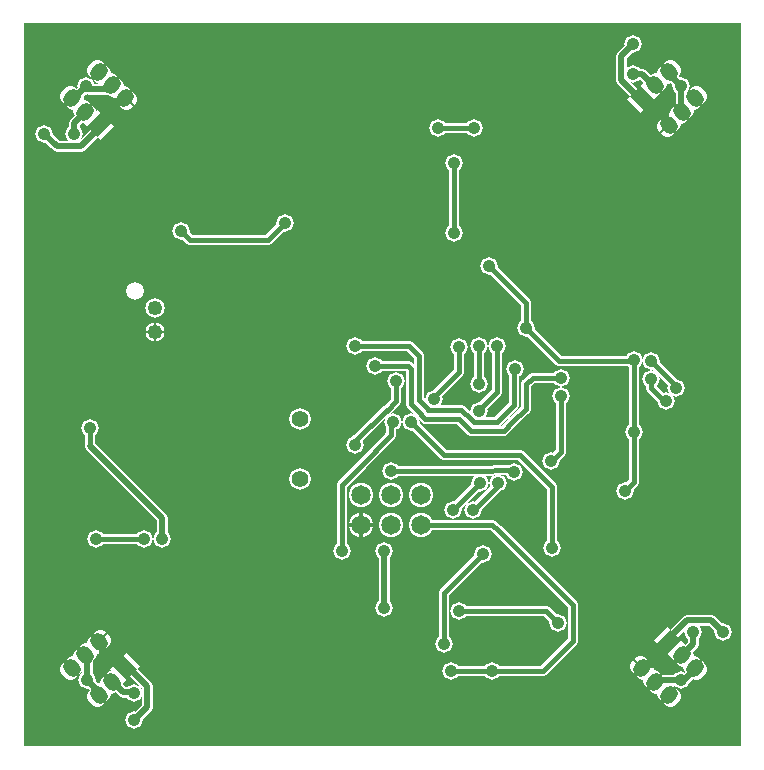
<source format=gbl>
%FSLAX33Y33*%
%MOMM*%
%AMRR-H1606400-W2006400-R530710-RO0.750*
21,1,0.94498,1.6064,0.,-0.,225*
21,1,2.0064,0.54498,0.,-0.,225*
1,1,1.06142,0.5267804098,0.1414213562*
1,1,1.06142,-0.1414213562,-0.5267804098*
1,1,1.06142,-0.5267804098,-0.1414213562*
1,1,1.06142,0.1414213562,0.5267804098*%
%AMRR-H1606400-W2006400-R530710-RO1.250*
21,1,0.94498,1.6064,-0.,0.,135*
21,1,2.0064,0.54498,-0.,0.,135*
1,1,1.06142,0.1414213562,-0.5267804098*
1,1,1.06142,-0.5267804098,0.1414213562*
1,1,1.06142,-0.1414213562,0.5267804098*
1,1,1.06142,0.5267804098,-0.1414213562*%
%AMRect-W2006400-H1606400-RO0.750*
21,1,2.0064,1.6064,0.,0.,225*%
%AMRect-W2006400-H1606400-RO1.250*
21,1,2.0064,1.6064,0.,0.,135*%
%AMRR-H1606400-W2006400-R530710-RO0.250*
21,1,0.94498,1.6064,0.,0.,315*
21,1,2.0064,0.54498,0.,0.,315*
1,1,1.06142,-0.1414213562,0.5267804098*
1,1,1.06142,0.5267804098,-0.1414213562*
1,1,1.06142,0.1414213562,-0.5267804098*
1,1,1.06142,-0.5267804098,0.1414213562*%
%AMRect-W2006400-H1606400-RO0.250*
21,1,2.0064,1.6064,0.,0.,315*%
%AMRect-W2006400-H1606400-RO1.750*
21,1,2.0064,1.6064,0.,0.,45*%
%AMRR-H1606400-W2006400-R530710-RO1.750*
21,1,0.94498,1.6064,0.,0.,45*
21,1,2.0064,0.54498,0.,0.,45*
1,1,1.06142,-0.5267804098,-0.1414213562*
1,1,1.06142,0.1414213562,0.5267804098*
1,1,1.06142,0.5267804098,0.1414213562*
1,1,1.06142,-0.1414213562,-0.5267804098*%
%AMRect-W1104800-H203200-RO0.750*
21,1,1.1048,0.2032,0.,0.,225*%
%AMRect-W1104800-H203200-RO1.250*
21,1,1.1048,0.2032,0.,0.,135*%
%AMRect-W203200-H929800-RO1.500*
21,1,0.2032,0.9298,0.,0.,90*%
%AMRect-W929800-H203200-RO1.500*
21,1,0.9298,0.2032,0.,0.,90*%
%AMRect-W400000-H1129800-RO0.500*
21,1,0.4,1.1298,0.,0.,270*%
%AMRect-W1129800-H400000-RO0.500*
21,1,1.1298,0.4,0.,0.,270*%
%AMRect-W1104800-H203200-RO0.250*
21,1,1.1048,0.2032,0.,0.,315*%
%AMRect-W1104800-H203200-RO1.750*
21,1,1.1048,0.2032,0.,0.,45*%
%AMRect-W1600000-H1200000-RO0.250*
21,1,1.6,1.2,0.,0.,315*%
%AMRR-H1200000-W1600000-R530710-RO0.250*
21,1,0.53858,1.2,0.,0.,315*
21,1,1.6,0.13858,0.,0.,315*
1,1,1.06142,-0.1414213562,0.239412214*
1,1,1.06142,0.239412214,-0.1414213562*
1,1,1.06142,0.1414213562,-0.239412214*
1,1,1.06142,-0.239412214,0.1414213562*%
%AMRect-W1600000-H1200000-RO1.250*
21,1,1.6,1.2,0.,0.,135*%
%AMRR-H1200000-W1600000-R530710-RO1.250*
21,1,0.53858,1.2,-0.,0.,135*
21,1,1.6,0.13858,-0.,0.,135*
1,1,1.06142,0.1414213562,-0.239412214*
1,1,1.06142,-0.239412214,0.1414213562*
1,1,1.06142,-0.1414213562,0.239412214*
1,1,1.06142,0.239412214,-0.1414213562*%
%AMRect-W1600000-H1200000-RO0.750*
21,1,1.6,1.2,0.,0.,225*%
%AMRR-H1200000-W1600000-R530710-RO0.750*
21,1,0.53858,1.2,0.,-0.,225*
21,1,1.6,0.13858,0.,-0.,225*
1,1,1.06142,0.239412214,0.1414213562*
1,1,1.06142,-0.1414213562,-0.239412214*
1,1,1.06142,-0.239412214,-0.1414213562*
1,1,1.06142,0.1414213562,0.239412214*%
%AMRect-W1600000-H1200000-RO1.750*
21,1,1.6,1.2,0.,0.,45*%
%AMRR-H1200000-W1600000-R530710-RO1.750*
21,1,0.53858,1.2,0.,0.,45*
21,1,1.6,0.13858,0.,0.,45*
1,1,1.06142,-0.239412214,-0.1414213562*
1,1,1.06142,0.1414213562,0.239412214*
1,1,1.06142,0.239412214,0.1414213562*
1,1,1.06142,-0.1414213562,-0.239412214*%
%ADD10C,0.9144*%
%ADD11C,0.8636*%
%ADD12C,1.4732*%
%ADD13C,1.6564*%
%ADD14C,2.0564*%
%ADD15C,1.8288*%
%ADD16C,1.0414*%
%ADD17C,1.5064*%
%ADD18C,1.1064*%
%ADD19C,1.1684*%
%ADD20RR-H1606400-W2006400-R530710-RO0.750*%
%ADD21RR-H1606400-W2006400-R530710-RO1.250*%
%ADD22Rect-W2006400-H1606400-RO0.750*%
%ADD23Rect-W2006400-H1606400-RO1.250*%
%ADD24RR-H1606400-W2006400-R530710-RO0.250*%
%ADD25Rect-W2006400-H1606400-RO0.250*%
%ADD26Rect-W2006400-H1606400-RO1.750*%
%ADD27RR-H1606400-W2006400-R530710-RO1.750*%
%ADD28Rect-W1104800-H203200-RO0.750*%
%ADD29Rect-W1104800-H203200-RO1.250*%
%ADD30Rect-W203200-H929800-RO1.500*%
%ADD31Rect-W929800-H203200-RO1.500*%
%ADD32Rect-W400000-H1129800-RO0.500*%
%ADD33Rect-W1129800-H400000-RO0.500*%
%ADD34Rect-W1104800-H203200-RO0.250*%
%ADD35Rect-W1104800-H203200-RO1.750*%
%ADD36C,0.4572*%
%ADD37C,0.508*%
%ADD38C,1.0668*%
%ADD39C,1.4224*%
%ADD40C,1.25*%
%ADD41Rect-W1600000-H1200000-RO0.250*%
%ADD42RR-H1200000-W1600000-R530710-RO0.250*%
%ADD43Rect-W1600000-H1200000-RO1.250*%
%ADD44RR-H1200000-W1600000-R530710-RO1.250*%
%ADD45Rect-W1600000-H1200000-RO0.750*%
%ADD46RR-H1200000-W1600000-R530710-RO0.750*%
%ADD47Rect-W1600000-H1200000-RO1.750*%
%ADD48RR-H1200000-W1600000-R530710-RO1.750*%
%ADD49C,1.65*%
D10*
%LNpour fill*%
G36*
G01*
X-30480Y30480D02*
X-30480Y-30734D01*
X30226Y-30734D01*
X30226Y30480D01*
X-30480Y30480D01*
G37*
%LNpour subtractive shapes*%
%LPC*%
X25146Y22606D02*
X25146Y25146D01*
X23876Y26416D02*
X25146Y25146D01*
X21844Y26162D02*
X21082Y26162D01*
X20066Y27686D02*
X20066Y27028D01*
X21082Y28702D02*
X20066Y27686D01*
X22860Y25146D02*
X21844Y26162D01*
X21844Y23876D02*
X20066Y25654D01*
X20066Y26924*
X-24917Y24917D02*
X-25146Y25146D01*
X-25171Y25171D02*
X-25121Y25171D01*
X-26187Y24155D02*
X-25171Y25171D01*
D11*
X5954Y18662D02*
X5842Y18774D01*
X4572Y21590D02*
X7620Y21590D01*
X5954Y12712D02*
X5954Y18662D01*
X-9750Y12154D02*
X-8348Y13556D01*
D10*
X-25908Y20066D02*
X-25654Y20066D01*
X-23901Y21819D02*
X-23901Y22073D01*
X-25654Y20066D02*
X-23901Y21819D01*
X-23368Y24917D02*
X-23368Y24892D01*
D11*
X-17131Y12900D02*
X-16385Y12154D01*
D10*
X-23368Y24917D02*
X-24917Y24917D01*
X-26187Y22073D02*
X-25654Y22606D01*
X-28727Y21107D02*
X-27686Y20066D01*
X-26416Y20066D02*
X-25908Y20066D01*
X-26187Y21107D02*
X-26187Y22073D01*
X-27686Y20066D02*
X-26416Y20066D01*
D11*
X21196Y1887D02*
X21196Y-3324D01*
X21073Y1887D02*
X21196Y2010D01*
X16050Y1887D02*
X21073Y1887D01*
X22606Y1887D02*
X24752Y-0259D01*
X12610Y0486D02*
X12061Y-0063D01*
X14986Y0486D02*
X12610Y0486D01*
X22606Y-0375D02*
X22606Y0333D01*
X12074Y4677D02*
X14864Y1887D01*
X16050Y1887*
X9605Y3138D02*
X9605Y-0712D01*
X-0768Y1470D02*
X2064Y1470D01*
X-2398Y3138D02*
X2178Y3138D01*
X2978Y2338D02*
X2178Y3138D01*
X12074Y6783D02*
X12074Y4677D01*
X2064Y1470D02*
X2286Y1248D01*
X1086Y0162D02*
X1086Y-1476D01*
X6350Y3138D02*
X6350Y0962D01*
X12074Y-0063D02*
X12074Y-2144D01*
X6350Y0962D02*
X4248Y-1140D01*
X8955Y9902D02*
X12074Y6783D01*
X11045Y1237D02*
X11045Y-1873D01*
X8079Y3138D02*
X8079Y-0063D01*
X2978Y2338D02*
X2978Y-1454D01*
X2286Y1248D02*
X2286Y-1778D01*
X-15630Y12154D02*
X-9750Y12154D01*
X-16385Y12154D02*
X-15630Y12154D01*
X24752Y-0259D02*
X24752Y-0399D01*
X21196Y-4086D02*
X21196Y-8352D01*
X21196Y-3313D02*
X21196Y-4086D01*
X9652Y-12446D02*
X12700Y-15494D01*
X23736Y-1505D02*
X22606Y-0375D01*
X21196Y-8352D02*
X20434Y-9114D01*
X14986Y-1619D02*
X14986Y-1363D01*
X14986Y-1619D02*
X14986Y-5812D01*
X14224Y-6574*
X14224Y-13970D02*
X14224Y-8806D01*
X12530Y-7112*
X11514Y-6096*
X12074Y-2144D02*
X10905Y-3313D01*
X1086Y-1476D02*
X0254Y-2308D01*
X9605Y-0712D02*
X8079Y-2238D01*
X3204Y-11960D02*
X6836Y-11960D01*
X0254Y-2238D02*
X-2398Y-4890D01*
X4248Y-1140D02*
X4248Y-1324D01*
X0664Y-7388D02*
X9217Y-7388D01*
X11045Y-1873D02*
X9605Y-3313D01*
X-2032Y-7112D02*
X0664Y-4416D01*
X0664Y-3302*
X6836Y-11960D02*
X9166Y-11960D01*
X9652Y-12446*
X7620Y-10436D02*
X7620Y-10690D01*
X5842Y-10690D02*
X8128Y-8404D01*
X8241Y-8404*
X7620Y-10690D02*
X9652Y-8658D01*
X9652Y-8291*
X9398Y-7366D02*
X10823Y-7366D01*
X11006Y-7549*
X10154Y-4064D02*
X10905Y-3313D01*
X3810Y-2286D02*
X3778Y-2254D01*
X2978Y-1454D02*
X3810Y-2286D01*
X3778Y-2254D02*
X3778Y-2238D01*
X3810Y-2238D02*
X6556Y-2238D01*
X7366Y-3048*
X9605Y-3313D02*
X7641Y-3313D01*
X7366Y-3038*
X2286Y-1778D02*
X2794Y-2286D01*
X2794Y-2254*
X7366Y-4064D02*
X6858Y-3556D01*
X10154Y-4064D02*
X7366Y-4064D01*
X6858Y-3556D02*
X6858Y-3556D01*
X6350Y-3048D02*
X5842Y-3048D01*
X6858Y-3556D02*
X6350Y-3048D01*
X5842Y-3048D02*
X5842Y-3038D01*
X3546Y-3038*
X2794Y-2286*
X8128Y-6096D02*
X11430Y-6096D01*
X2286Y-3302D02*
X5080Y-6096D01*
X8128Y-6096*
X11514Y-6096D02*
X11299Y-6096D01*
X-2398Y-4890D02*
X-2398Y-5214D01*
X-3556Y-14194D02*
X-3556Y-8636D01*
X-2032Y-7112*
D10*
X-24892Y-5334D02*
X-18796Y-11430D01*
X-18796Y-13208*
D11*
X-24892Y-5334D02*
X-24892Y-3810D01*
D10*
X25400Y-25146D02*
X25146Y-25146D01*
X26670Y-20066D02*
X27686Y-20066D01*
X26670Y-23876D02*
X25400Y-25146D01*
X25908Y-20066D02*
X26670Y-20066D01*
X22860Y-25146D02*
X25146Y-25146D01*
X25654Y-20066D02*
X23876Y-21844D01*
X28194Y-20574D02*
X28702Y-21082D01*
X26162Y-21082D02*
X26162Y-22098D01*
X25908Y-20066D02*
X25654Y-20066D01*
X26162Y-22098D02*
X25654Y-22606D01*
X27686Y-20066D02*
X28194Y-20574D01*
X23876Y-21844D02*
X23876Y-22098D01*
D11*
X6350Y-19304D02*
X13716Y-19304D01*
X14732Y-20320*
X12700Y-15494D02*
X16002Y-18796D01*
X16002Y-21844*
X13462Y-24384*
X10414Y-24384*
X5080Y-17780D02*
X5080Y-22138D01*
X8382Y-14478D02*
X5080Y-17780D01*
D10*
X0Y-19050D02*
X0Y-14194D01*
D11*
X5702Y-24384D02*
X9144Y-24384D01*
X10414Y-24384D02*
X9144Y-24384D01*
X-24384Y-13208D02*
X-20310Y-13208D01*
D10*
X-25146Y-23114D02*
X-25261Y-22999D01*
X-25146Y-25146D02*
X-25146Y-23114D01*
X-25146Y-25146D02*
X-24130Y-26162D01*
X-20066Y-26162D02*
X-20066Y-25654D01*
X-22098Y-26162D02*
X-22606Y-25654D01*
X-21590Y-24130D02*
X-21969Y-24130D01*
X-20066Y-25654D02*
X-21590Y-24130D01*
X-24130Y-26162D02*
X-24130Y-26187D01*
X-20066Y-27432D02*
X-20066Y-26162D01*
X-21107Y-28473D02*
X-20066Y-27432D01*
X-21107Y-26162D02*
X-22098Y-26162D01*
D12*
X25146Y25146D03*
X21082Y26162D03*
X21082Y28702D03*
X-25171Y25171D03*
X5954Y18662D03*
X7620Y21590D03*
X4572Y21590D03*
X5954Y12712D03*
X-8348Y13556D03*
X-17131Y12900D03*
X-28727Y21107D03*
X-26187Y21107D03*
X21196Y2010D03*
X14986Y0486D03*
X22606Y0333D03*
X22606Y1887D03*
X24752Y-0399D03*
X9605Y3138D03*
X8955Y9902D03*
X8079Y3138D03*
X1086Y0232D03*
X11138Y1237D03*
X12074Y4677D03*
X8079Y-0063D03*
X6350Y3060D03*
X-2398Y3138D03*
X-0768Y1470D03*
D13*
X-19360Y6348D03*
X-19360Y4348D03*
D12*
X14986Y-1038D03*
X20434Y-9114D03*
X21196Y-4086D03*
X23876Y-1505D03*
X14190Y-6574D03*
D14*
X3204Y-9420D03*
D12*
X7592Y-10690D03*
D14*
X0664Y-11960D03*
X3204Y-11960D03*
D12*
X5842Y-10690D03*
X4248Y-1324D03*
X8079Y-2308D03*
X0664Y-7388D03*
D14*
X0664Y-9420D03*
D12*
X0762Y-3302D03*
X9652Y-8404D03*
X8128Y-8404D03*
X11006Y-7549D03*
X2286Y-3302D03*
D14*
X-1876Y-9420D03*
D12*
X-2398Y-5214D03*
D15*
X-7112Y-8118D03*
X-7112Y-3038D03*
D14*
X-1876Y-11960D03*
D12*
X-20310Y-13208D03*
X-18796Y-13208D03*
X-24384Y-13208D03*
X-24892Y-3810D03*
X26162Y-21082D03*
X25146Y-25146D03*
X28702Y-21082D03*
X14732Y-20320D03*
X14224Y-13970D03*
X5080Y-22098D03*
X0Y-14194D03*
X8382Y-14478D03*
X0Y-19050D03*
X5702Y-24384D03*
X6350Y-19304D03*
X9144Y-24384D03*
X-3556Y-14224D03*
X-25146Y-25146D03*
X-21107Y-26187D03*
X-21107Y-28473D03*
D16*
X25146Y25146D03*
X21082Y26162D03*
X21082Y28702D03*
X-25171Y25171D03*
X5954Y18662D03*
X7620Y21590D03*
X4572Y21590D03*
X5954Y12712D03*
X-8348Y13556D03*
X-17131Y12900D03*
X-28727Y21107D03*
X-26187Y21107D03*
X21196Y2010D03*
X14986Y0486D03*
X22606Y0333D03*
X22606Y1887D03*
X9605Y3138D03*
X8955Y9902D03*
X8079Y3138D03*
X1086Y0232D03*
X11138Y1237D03*
X12074Y4677D03*
X8079Y-0063D03*
X6350Y3060D03*
X-2398Y3138D03*
X-0768Y1470D03*
D17*
X-21060Y7848D03*
D18*
X-19360Y6348D03*
X-19360Y4348D03*
D16*
X14986Y-1038D03*
X20434Y-9114D03*
X21196Y-4086D03*
X23876Y-1505D03*
X24752Y-0399D03*
X14190Y-6574D03*
D17*
X3204Y-9420D03*
D16*
X7592Y-10690D03*
D17*
X0664Y-11960D03*
X3204Y-11960D03*
D16*
X5842Y-10690D03*
X4248Y-1324D03*
X8079Y-2308D03*
X0664Y-7388D03*
D17*
X0664Y-9420D03*
D16*
X0762Y-3302D03*
X9652Y-8404D03*
X8128Y-8404D03*
X11006Y-7549D03*
X2286Y-3302D03*
D17*
X-1876Y-9420D03*
D16*
X-2398Y-5214D03*
D19*
X-7112Y-8118D03*
X-7112Y-3038D03*
D17*
X-1876Y-11960D03*
D16*
X-24892Y-3810D03*
X26162Y-21082D03*
X25146Y-25146D03*
X28702Y-21082D03*
X14732Y-20320D03*
X14224Y-13970D03*
X5080Y-22098D03*
X0Y-14194D03*
X8382Y-14478D03*
X0Y-19050D03*
X5702Y-24384D03*
X6350Y-19304D03*
X9144Y-24384D03*
X-3556Y-14224D03*
X-20310Y-13208D03*
X-18796Y-13208D03*
X-24384Y-13208D03*
X-25146Y-25146D03*
X-21107Y-26187D03*
X-21107Y-28473D03*
D20*
X22999Y25261D03*
X24130Y26393D03*
D21*
X-24130Y26393D03*
X-22999Y25261D03*
D20*
X25261Y22999D03*
X26393Y24130D03*
D22*
X21867Y24130D03*
D20*
X24130Y21867D03*
D23*
X-24130Y21867D03*
D21*
X-21867Y24130D03*
X-25261Y22999D03*
X-26393Y24130D03*
D24*
X25261Y-22999D03*
X26393Y-24130D03*
X22999Y-25261D03*
D25*
X24130Y-21867D03*
D24*
X21867Y-24130D03*
D26*
X-21867Y-24130D03*
D27*
X-22999Y-25261D03*
X-24130Y-21867D03*
X-25261Y-22999D03*
X-26393Y-24130D03*
D24*
X24130Y-26393D03*
D27*
X-24130Y-26393D03*
%LNpour readded shapes*%
%LPD*%
D28*
X23775Y21513D03*
D29*
X-21513Y23775D03*
D30*
X-19774Y4348D03*
X-18946Y4348D03*
D31*
X-19360Y3934D03*
X-19360Y4762D03*
D32*
X-1362Y-11960D03*
X-2391Y-11960D03*
D33*
X-1876Y-11446D03*
X-1876Y-12474D03*
D34*
X21513Y-23775D03*
D35*
X-23775Y-21513D03*
D30*
X-19774Y4348D03*
X-18946Y4348D03*
D31*
X-19360Y3934D03*
X-19360Y4762D03*
D32*
X-1362Y-11960D03*
X-2391Y-11960D03*
D33*
X-1876Y-11446D03*
X-1876Y-12474D03*
%LNbottom copper_traces*%
D36*
X13462Y-24384D02*
X10414Y-24384D01*
D37*
X20066Y25654D02*
X20066Y26924D01*
D36*
X11045Y-1873D02*
X9605Y-3313D01*
D37*
X-23876Y-23876D02*
X-24130Y-24130D01*
D36*
X2978Y-1454D02*
X3810Y-2286D01*
D37*
X21844Y23876D02*
X20066Y25654D01*
X23876Y-21844D02*
X23876Y-22098D01*
X23876Y26416D02*
X25146Y25146D01*
D36*
X8128Y-8404D02*
X8241Y-8404D01*
D37*
X-23368Y24917D02*
X-24917Y24917D01*
D36*
X5954Y12712D02*
X5954Y18662D01*
D37*
X-26187Y22073D02*
X-25654Y22606D01*
D36*
X0664Y-7388D02*
X9217Y-7388D01*
X21196Y-8352D02*
X20434Y-9114D01*
X23736Y-1505D02*
X22606Y-0375D01*
X5842Y-3038D02*
X3546Y-3038D01*
D37*
X-27686Y20066D02*
X-26416Y20066D01*
X27686Y-20066D02*
X28194Y-20574D01*
D36*
X2794Y-2286D02*
X2794Y-2254D01*
D37*
X26162Y-21082D02*
X26162Y-22098D01*
D36*
X-9750Y12154D02*
X-8348Y13556D01*
X14986Y-1619D02*
X14986Y-1363D01*
X7366Y-4064D02*
X6858Y-3556D01*
X14986Y-1619D02*
X14986Y-5812D01*
X8079Y3138D02*
X8079Y-0063D01*
X7620Y-10690D02*
X9652Y-8658D01*
X6858Y-3556D02*
X6350Y-3048D01*
X9652Y-12446D02*
X12700Y-15494D01*
X5954Y18662D02*
X5842Y18774D01*
X9166Y-11960D02*
X9652Y-12446D01*
X11514Y-6096D02*
X11299Y-6096D01*
D37*
X-21107Y-26162D02*
X-22098Y-26162D01*
X-23876Y-22098D02*
X-23876Y-23876D01*
X-21107Y-28473D02*
X-20066Y-27432D01*
X-25654Y20066D02*
X-23901Y21819D01*
X-26187Y21107D02*
X-26187Y22073D01*
D36*
X6556Y-2238D02*
X7366Y-3048D01*
X10414Y-24384D02*
X9144Y-24384D01*
D37*
X26162Y-22098D02*
X25654Y-22606D01*
X0Y-19050D02*
X0Y-14194D01*
X-24130Y-21867D02*
X-23899Y-22098D01*
D36*
X14224Y-8806D02*
X12530Y-7112D01*
D37*
X22860Y25146D02*
X21844Y26162D01*
D36*
X2978Y2338D02*
X2978Y-1454D01*
X-3556Y-8636D02*
X-2032Y-7112D01*
D37*
X-20066Y-25654D02*
X-21590Y-24130D01*
D36*
X3810Y-2238D02*
X6556Y-2238D01*
X14864Y1887D02*
X16050Y1887D01*
X8382Y-14478D02*
X5080Y-17780D01*
D37*
X-21590Y-24130D02*
X-21969Y-24130D01*
X-26187Y24155D02*
X-25171Y25171D01*
D36*
X12074Y4677D02*
X14864Y1887D01*
X22606Y-0375D02*
X22606Y0333D01*
D37*
X-28727Y21107D02*
X-27686Y20066D01*
D36*
X3778Y-2254D02*
X3778Y-2238D01*
X5080Y-17780D02*
X5080Y-22138D01*
X11045Y1237D02*
X11045Y-1873D01*
X6350Y-3048D02*
X5842Y-3048D01*
D37*
X25908Y-20066D02*
X25654Y-20066D01*
D36*
X3546Y-3038D02*
X2794Y-2286D01*
X-15630Y12154D02*
X-9750Y12154D01*
X-24892Y-5334D02*
X-24892Y-3810D01*
X8955Y9902D02*
X12074Y6783D01*
X10823Y-7366D02*
X11006Y-7549D01*
X4248Y-1140D02*
X4248Y-1324D01*
X9605Y-0712D02*
X8079Y-2238D01*
X14986Y0486D02*
X12610Y0486D01*
X12700Y-15494D02*
X16002Y-18796D01*
X5080Y-6096D02*
X8128Y-6096D01*
D37*
X28194Y-20574D02*
X28702Y-21082D01*
X-25171Y25171D02*
X-25121Y25171D01*
D36*
X9605Y3138D02*
X9605Y-0712D01*
D37*
X-20066Y-27432D02*
X-20066Y-26162D01*
D36*
X5842Y-10690D02*
X8128Y-8404D01*
D37*
X25654Y-20066D02*
X23876Y-21844D01*
D36*
X6350Y0962D02*
X4248Y-1140D01*
D37*
X-26416Y20066D02*
X-25908Y20066D01*
D36*
X7620Y-10436D02*
X7620Y-10690D01*
X0254Y-2238D02*
X-2398Y-4890D01*
D37*
X22860Y-25146D02*
X25146Y-25146D01*
D36*
X0664Y-4416D02*
X0664Y-3302D01*
X-3556Y-14194D02*
X-3556Y-8636D01*
X12610Y0486D02*
X12061Y-0063D01*
X3204Y-11960D02*
X6836Y-11960D01*
X5842Y-3048D02*
X5842Y-3038D01*
X22606Y1887D02*
X24752Y-0259D01*
X21196Y-3313D02*
X21196Y-4086D01*
X12074Y-0063D02*
X12074Y-2144D01*
D37*
X-22098Y-26162D02*
X-22606Y-25654D01*
D36*
X21196Y-4086D02*
X21196Y-8352D01*
D37*
X23876Y22606D02*
X23876Y23876D01*
D36*
X6350Y3138D02*
X6350Y0962D01*
X1086Y0162D02*
X1086Y-1476D01*
D37*
X-23622Y23901D02*
X-22327Y23901D01*
D36*
X-17131Y12900D02*
X-16385Y12154D01*
X9398Y-7366D02*
X10823Y-7366D01*
D37*
X26670Y-20066D02*
X27686Y-20066D01*
D36*
X16002Y-18796D02*
X16002Y-21844D01*
D37*
X-20066Y-26162D02*
X-20066Y-25654D01*
D36*
X2064Y1470D02*
X2286Y1248D01*
D37*
X25908Y-20066D02*
X26670Y-20066D01*
D36*
X-2398Y-4890D02*
X-2398Y-5214D01*
X4572Y21590D02*
X7620Y21590D01*
X12530Y-7112D02*
X11514Y-6096D01*
X9605Y-3313D02*
X7641Y-3313D01*
D37*
X25146Y22606D02*
X25146Y25146D01*
D36*
X24752Y-0259D02*
X24752Y-0399D01*
X3810Y-2286D02*
X3778Y-2254D01*
D37*
X26670Y-23876D02*
X25400Y-25146D01*
D36*
X14986Y-5812D02*
X14224Y-6574D01*
X2286Y1248D02*
X2286Y-1778D01*
X2286Y-3302D02*
X5080Y-6096D01*
X5702Y-24384D02*
X9144Y-24384D01*
X8128Y-6096D02*
X11430Y-6096D01*
D37*
X-23368Y24917D02*
X-23368Y24892D01*
D36*
X9652Y-8658D02*
X9652Y-8291D01*
X6350Y-19304D02*
X13716Y-19304D01*
D37*
X-25146Y-25146D02*
X-24130Y-26162D01*
X-25146Y-25146D02*
X-25146Y-23114D01*
X-22327Y23901D02*
X-22223Y24005D01*
X-18796Y-11430D02*
X-18796Y-13208D01*
D36*
X14224Y-13970D02*
X14224Y-8806D01*
D37*
X21082Y28702D02*
X20066Y27686D01*
X23876Y-23876D02*
X21844Y-23876D01*
D36*
X12074Y6783D02*
X12074Y4677D01*
X-2032Y-7112D02*
X0664Y-4416D01*
D37*
X-23901Y21819D02*
X-23901Y22073D01*
D36*
X6836Y-11960D02*
X9166Y-11960D01*
D37*
X20066Y27686D02*
X20066Y27028D01*
D36*
X2978Y2338D02*
X2178Y3138D01*
X10154Y-4064D02*
X10905Y-3313D01*
X-2398Y3138D02*
X2178Y3138D01*
X-0768Y1470D02*
X2064Y1470D01*
D37*
X-25146Y-23114D02*
X-25261Y-22999D01*
X-24892Y-5334D02*
X-18796Y-11430D01*
D36*
X16050Y1887D02*
X21073Y1887D01*
D37*
X-24917Y24917D02*
X-25146Y25146D01*
X25400Y-25146D02*
X25146Y-25146D01*
D36*
X13716Y-19304D02*
X14732Y-20320D01*
D37*
X-24130Y-26162D02*
X-24130Y-26187D01*
X-23899Y-22098D02*
X-23876Y-22098D01*
D36*
X10154Y-4064D02*
X7366Y-4064D01*
D37*
X-25908Y20066D02*
X-25654Y20066D01*
D36*
X6858Y-3556D02*
X6858Y-3556D01*
X-16385Y12154D02*
X-15630Y12154D01*
X-24384Y-13208D02*
X-20310Y-13208D01*
X2286Y-1778D02*
X2794Y-2286D01*
X7641Y-3313D02*
X7366Y-3038D01*
X16002Y-21844D02*
X13462Y-24384D01*
X21073Y1887D02*
X21196Y2010D01*
D37*
X21844Y26162D02*
X21082Y26162D01*
D36*
X1086Y-1476D02*
X0254Y-2308D01*
X21196Y1887D02*
X21196Y-3324D01*
X12074Y-2144D02*
X10905Y-3313D01*
D38*
X6350Y3060D03*
X24752Y-0399D03*
X5954Y12712D03*
X0664Y-7388D03*
X8079Y-0063D03*
X4070Y0454D03*
X9144Y-24384D03*
X-24384Y-13208D03*
X-0768Y1470D03*
X-8348Y13556D03*
X8128Y-8404D03*
X23876Y-23876D03*
X-23901Y23901D03*
X8079Y-2308D03*
X23876Y-1505D03*
X-25908Y1270D03*
X28702Y-21082D03*
X2540Y-22138D03*
X12074Y4677D03*
X0762Y-3302D03*
X-21107Y-28473D03*
X4248Y-1324D03*
X-21107Y-26187D03*
X14478Y9902D03*
X25146Y25146D03*
X22606Y1887D03*
X-26187Y21107D03*
X21196Y-4086D03*
X11138Y1237D03*
X-24130Y-24130D03*
X25146Y-25146D03*
X5842Y-10690D03*
X6350Y-19304D03*
X-22916Y-10438D03*
X-20552Y14948D03*
X0Y-19050D03*
X-28727Y21107D03*
X3556Y17134D03*
X23876Y23876D03*
X8382Y-14478D03*
X26162Y-21082D03*
X14224Y-13970D03*
X14190Y-6574D03*
X22606Y0333D03*
X14986Y0486D03*
X1086Y0232D03*
X14732Y-20320D03*
X4572Y21590D03*
X0Y-14194D03*
X-10228Y13556D03*
X-18796Y-13208D03*
X-2398Y-5214D03*
X11006Y-7549D03*
X21082Y28702D03*
X-17131Y12900D03*
X5080Y-22098D03*
X-24892Y-3810D03*
X-0768Y-1140D03*
X9652Y-8404D03*
X21082Y26162D03*
X21196Y2010D03*
X10905Y2524D03*
X7620Y21590D03*
X-2398Y3138D03*
X-2540Y-27686D03*
X20434Y-9114D03*
X-5588Y17134D03*
X-10228Y19520D03*
X-25146Y-25146D03*
X14986Y-1038D03*
X-25171Y25171D03*
X5702Y-24384D03*
X5954Y18662D03*
X8079Y3138D03*
X8955Y9902D03*
X-20310Y-13208D03*
X-17582Y-10438D03*
X-3556Y-14224D03*
X2286Y-3302D03*
X1270Y26050D03*
X-11176Y-5356D03*
X7592Y-10690D03*
X9605Y3138D03*
%LNbottom copper component db8f1da01d8f6e47*%
D39*
X-7112Y-8118D03*
X-7112Y-3038D03*
%LNbottom copper component 26f6fa9b4e3697ca*%
D40*
X-19360Y6348D03*
X-19360Y4348D03*
%LNbottom copper component b0b7ce341c71e36d*%
D41*
X21867Y24130D03*
D42*
X22999Y25261D03*
X24130Y26393D03*
X26393Y24130D03*
X25261Y22999D03*
X24130Y21867D03*
%LNbottom copper component 0aa07872bdd810e4*%
D43*
X-21867Y-24130D03*
D44*
X-22999Y-25261D03*
X-24130Y-26393D03*
X-26393Y-24130D03*
X-25261Y-22999D03*
X-24130Y-21867D03*
%LNbottom copper component b05ff74f7c6ce018*%
D45*
X24130Y-21867D03*
D46*
X25261Y-22999D03*
X26393Y-24130D03*
X24130Y-26393D03*
X22999Y-25261D03*
X21867Y-24130D03*
%LNbottom copper component 20fe53ca9ea174ff*%
D47*
X-24130Y21867D03*
D48*
X-25261Y22999D03*
X-26393Y24130D03*
X-24130Y26393D03*
X-22999Y25261D03*
X-21867Y24130D03*
%LNbottom copper component ab0f4d277d178ad3*%
D49*
X3204Y-9420D03*
X0664Y-9420D03*
X-1876Y-9420D03*
X3204Y-11960D03*
X0664Y-11960D03*
X-1876Y-11960D03*
M02*
</source>
